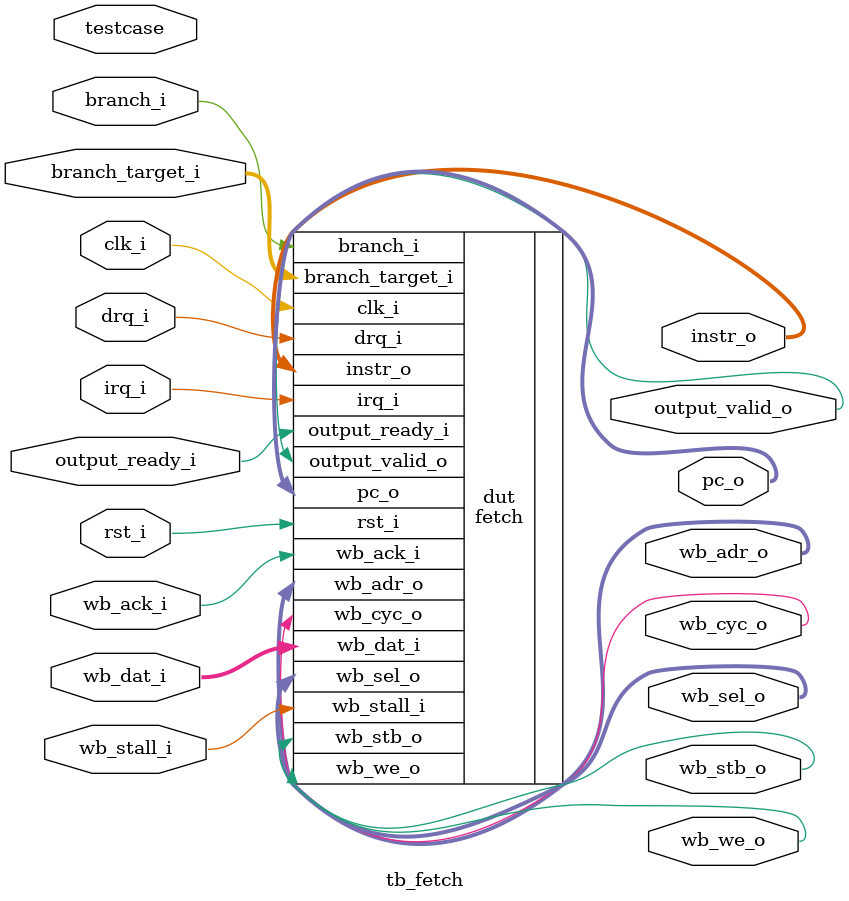
<source format=sv>
/*           __        _
 *  ________/ /  ___ _(_)__  ___
 * / __/ __/ _ \/ _ `/ / _ \/ -_)
 * \__/\__/_//_/\_,_/_/_//_/\__/
 * 
 * Copyright (C) Clément Chaine
 * This file is part of ECAP5-DPROC <https://github.com/cchaine/ECAP5-DPROC>
 *
 * ECAP5-DPROC is free software: you can redistribute it and/or modify
 * it under the terms of the GNU General Public License as published by
 * the Free Software Foundation, either version 3 of the License, or
 * (at your option) any later version.
 *
 * ECAP5-DPROC is distributed in the hope that it will be useful,
 * but WITHOUT ANY WARRANTY; without even the implied warranty of
 * MERCHANTABILITY or FITNESS FOR A PARTICULAR PURPOSE.  See the
 * GNU General Public License for more details.
 *
 * You should have received a copy of the GNU General Public License
 * along with ECAP5-DPROC.  If not, see <http://www.gnu.org/licenses/>.
 */

module tb_fetch (
  input   int          testcase,
  
  input   logic        clk_i,
  input   logic        rst_i,
  input   logic        irq_i,
  input   logic        drq_i,
  input   logic        branch_i,
  input   logic[31:0]  branch_target_i,
  /* Memory */
  output  logic[31:0]  wb_adr_o,
  input   logic[31:0]  wb_dat_i, 
  output  logic        wb_we_o,
  output  logic[3:0]   wb_sel_o,
  output  logic        wb_stb_o, 
  input   logic        wb_ack_i, 
  output  logic        wb_cyc_o, 
  input   logic        wb_stall_i,
  /* Output */
  output  logic[31:0]  instr_o,
  output  logic[31:0]  pc_o,
  input   logic        output_ready_i,
  output  logic        output_valid_o
);

fetch dut (
  .clk_i           (clk_i),
  .rst_i           (rst_i),
  .irq_i           (irq_i),
  .drq_i           (drq_i),
  .branch_i        (branch_i),
  .branch_target_i (branch_target_i),
  .wb_adr_o        (wb_adr_o),
  .wb_dat_i        (wb_dat_i),
  .wb_we_o         (wb_we_o),
  .wb_sel_o        (wb_sel_o),
  .wb_stb_o        (wb_stb_o),
  .wb_ack_i        (wb_ack_i),
  .wb_cyc_o        (wb_cyc_o),
  .wb_stall_i      (wb_stall_i),
  .output_ready_i  (output_ready_i),
  .output_valid_o  (output_valid_o),
  .instr_o         (instr_o),
  .pc_o            (pc_o)
);

endmodule // tb_fetch

</source>
